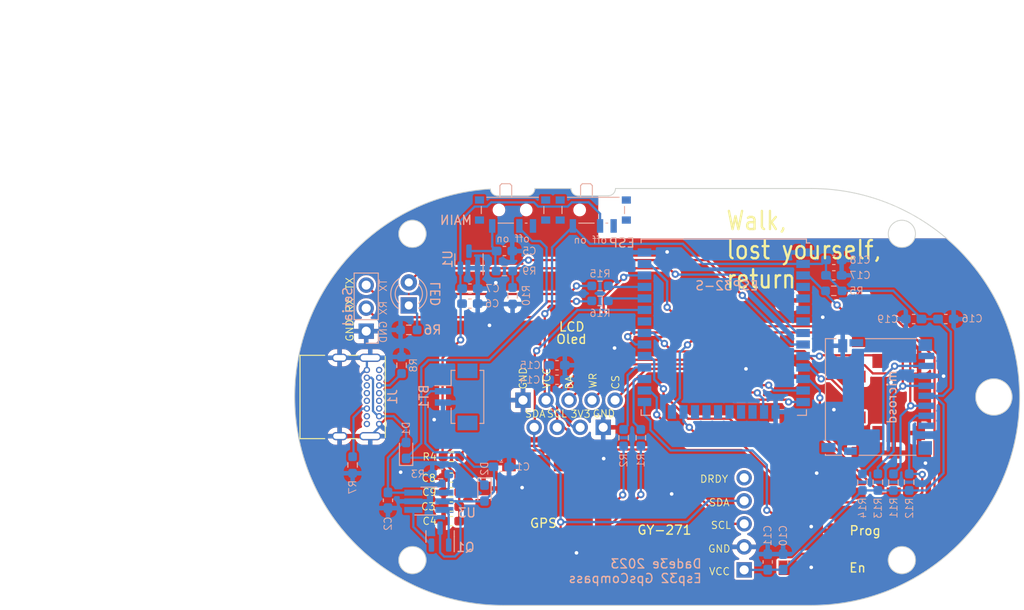
<source format=kicad_pcb>
(kicad_pcb (version 20221018) (generator pcbnew)
  (layers (0 "F.Cu" signal) (31 "B.Cu" signal) (34 "B.Paste" user) (35 "F.Paste" user) (36 "B.SilkS" user "B.Silkscreen") (37 "F.SilkS" user "F.Silkscreen") (38 "B.Mask" user) (39 "F.Mask" user) (44 "Edge.Cuts" user))
  (net 0 "")
  (net 1 "Net-(BT1-+)")
  (net 2 "GND")
  (net 3 "Net-(D1-A)")
  (net 4 "+3V3")
  (net 5 "+BATT")
  (net 6 "VCC")
  (net 7 "Net-(D1-K)")
  (net 8 "Net-(ESP32-S1-EN)")
  (net 14 "Net-(D3-K)")
  (net 15 "battery_level")
  (net 16 "B4")
  (net 17 "B5")
  (net 18 "B6")
  (net 19 "lcd_data")
  (net 20 "lcd_cs")
  (net 21 "lcd_wr")
  (net 28 "B3")
  (net 29 "B1")
  (net 30 "Net-(ESP32-S1-IO0)")
  (net 31 "B2")
  (net 32 "RX2")
  (net 33 "TX2")
  (net 34 "CS")
  (net 35 "CLK")
  (net 36 "MISO")
  (net 38 "SDA")
  (net 39 "Net-(ESP32-S1-RXD0{slash}IO3)")
  (net 40 "Net-(ESP32-S1-TXD0{slash}IO1)")
  (net 41 "SCL")
  (net 42 "MOSI")
  (net 45 "Net-(GPS1-TXD)")
  (net 46 "Net-(GPS1-RXD)")
  (net 47 "Net-(GPS1-~{RESET})")
  (net 50 "Net-(J1-CC1)")
  (net 51 "Net-(J1-CC2)")
  (net 52 "Net-(D3-A)")
  (net 56 "Net-(Q1-B)")
  (net 57 "Net-(Q1-E)")
  (net 58 "Net-(U3-Prog)")
  (net 59 "Net-(Serial1-Pin_3)")
  (net 60 "Net-(Serial1-Pin_2)")
  (footprint "Button_Switch_SMD:SW_Push_1P1T_NO_6x6mm_H9.5mm" (layer "F.Cu") (at 118.29 54.6 180)
    (fp_text reference "SWup1" hide)
    (fp_text value "SW_SPST")
  )
  (footprint "Capacitor_SMD:C_0603_1608Metric_Pad1.08x0.95mm_HandSolder" (layer "F.Cu") (at 77.3 75.1 180)
    (fp_text reference "C3")
    (fp_text value "0,1uF")
  )
  (footprint "Capacitor_SMD:C_0603_1608Metric_Pad1.08x0.95mm_HandSolder" (layer "F.Cu") (at 77.3 73.5 180)
    (fp_text reference "C9")
    (fp_text value "1uF")
  )
  (footprint "Capacitor_SMD:C_0603_1608Metric_Pad1.08x0.95mm_HandSolder" (layer "F.Cu") (at 77.3 71.9 180)
    (fp_text reference "C8")
    (fp_text value "0,1uF")
  )
  (footprint "Button_Switch_SMD:SW_Push_1P1T_NO_6x6mm_H9.5mm" (layer "F.Cu") (at 126.65 63 90)
    (fp_text reference "SWright1" hide)
    (fp_text value "SW_SPST")
  )
  (footprint "Button_Switch_SMD:SW_SPST_EVQPE1" (layer "F.Cu") (at 117.1 77.75)
    (fp_text reference "Prog")
    (fp_text value "SW_SPST")
  )
  (footprint "Button_Switch_SMD:SW_Push_1P1T_NO_6x6mm_H9.5mm" (layer "F.Cu") (at 130.075 71.4 180)
    (fp_text reference "SWb1" hide)
    (fp_text value "SW_SPST")
  )
  (footprint "Button_Switch_SMD:SW_Push_1P1T_NO_6x6mm_H9.5mm" (layer "F.Cu") (at 118.25 63 180)
    (fp_text reference "SWa1" hide)
    (fp_text value "SW_SPST")
  )
  (footprint "mia_libreria:display_7_segm_4_digits" (layer "F.Cu") (at 85.2 63.35 90)
    (fp_text reference "LCD")
    (fp_text value "Conn_01x05_Socket" hide)
  )
  (footprint "Button_Switch_SMD:SW_Push_1P1T_NO_6x6mm_H9.5mm" (layer "F.Cu") (at 118.25 71.4 180)
    (fp_text reference "SWdown1" hide)
    (fp_text value "SW_SPST")
  )
  (footprint "Resistor_SMD:R_0603_1608Metric_Pad0.98x0.95mm_HandSolder" (layer "F.Cu") (at 77.3 69.6 180)
    (fp_text reference "R4")
    (fp_text value "3,3K")
  )
  (footprint "Capacitor_SMD:C_0603_1608Metric_Pad1.08x0.95mm_HandSolder" (layer "F.Cu") (at 77.3 76.7 180)
    (fp_text reference "C4")
    (fp_text value "0,1uF")
  )
  (footprint "RF_GPS:ublox_SAM-M8Q" (layer "F.Cu") (at 87.45 76.9)
    (fp_text reference "GPS")
    (fp_text value "SAM-M8Q")
  )
  (footprint "Button_Switch_SMD:SW_Push_1P1T_NO_6x6mm_H9.5mm" (layer "F.Cu") (at 109.85 63.01 90)
    (fp_text reference "SWleft1" hide)
    (fp_text value "SW_SPST")
  )
  (footprint "Button_Switch_SMD:SW_SPST_EVQPE1" (layer "F.Cu") (at 117.1 81.85 180)
    (fp_text reference "En")
    (fp_text value "SW_SPST")
  )
  (footprint "mia_libreria:Display_i2c_128x64" (layer "F.Cu") (at 86.45 66.35 90)
    (fp_text reference "Oled")
    (fp_text value "Conn_01x04_Socket" hide)
  )
  (footprint "mia_libreria:GY-271" (layer "F.Cu") (at 109.6 82.08 180)
    (fp_text reference "GY-271")
    (fp_text value "Conn_01x05_Socket" hide)
  )
  (footprint "Connector_USB:USB_C_Receptacle_GCT_USB4085" (layer "F.Cu") (at 69.325 60.025 -90)
    (fp_text reference "J1")
    (fp_text value "USB_C_Receptacle_PowerOnly_6P")
  )
  (footprint "Resistor_SMD:R_0603_1608Metric_Pad0.98x0.95mm_HandSolder" (layer "B.Cu") (at 72.6 55.6 180)
    (fp_text reference "R6")
    (fp_text value "R")
  )
  (footprint "Resistor_SMD:R_0603_1608Metric_Pad0.98x0.95mm_HandSolder" (layer "B.Cu") (at 119.49 51.29 180)
    (fp_text reference "R5")
    (fp_text value "10K")
  )
  (footprint "Resistor_SMD:R_0603_1608Metric_Pad0.98x0.95mm_HandSolder" (layer "B.Cu") (at 76.1 71.5 180)
    (fp_text reference "R3")
    (fp_text value "5K")
  )
  (footprint "Connector_Hirose:Hirose_DF13C_CL535-0402-2-51_1x02-1MP_P1.25mm_Vertical" (layer "B.Cu") (at 77.82 62.99 -90)
    (fp_text reference "BT1")
    (fp_text value "Battery_Cell")
  )
  (footprint "Package_TO_SOT_SMD:TSOT-23-6_HandSoldering" (layer "B.Cu") (at 74.81 74.51)
    (fp_text reference "U3")
    (fp_text value "LTC4054ES5-4.2")
  )
  (footprint "Capacitor_SMD:C_0603_1608Metric_Pad1.08x0.95mm_HandSolder" (layer "B.Cu") (at 83.15 46.9)
    (fp_text reference "C5")
    (fp_text value "1uF")
  )
  (footprint "Resistor_SMD:R_0603_1608Metric_Pad0.98x0.95mm_HandSolder" (layer "B.Cu") (at 84.05 51.8375 -90)
    (fp_text reference "R10")
    (fp_text value "100K")
  )
  (footprint "Resistor_SMD:R_0603_1608Metric_Pad0.98x0.95mm_HandSolder" (layer "B.Cu") (at 127.8 72.4 90)
    (fp_text reference "R12")
    (fp_text value "47K")
  )
  (footprint "Capacitor_SMD:C_0603_1608Metric_Pad1.08x0.95mm_HandSolder" (layer "B.Cu") (at 131.85 54.4)
    (fp_text reference "C16")
    (fp_text value "0,1uF")
  )
  (footprint "Resistor_SMD:R_0603_1608Metric_Pad0.98x0.95mm_HandSolder" (layer "B.Cu") (at 124.35 72.4 90)
    (fp_text reference "R13")
    (fp_text value "47K")
  )
  (footprint "Capacitor_SMD:C_0603_1608Metric_Pad1.08x0.95mm_HandSolder" (layer "B.Cu") (at 128.3 54.4 180)
    (fp_text reference "C19")
    (fp_text value "1uF")
  )
  (footprint "LED_THT:LED_D3.0mm" (layer "B.Cu") (at 72.6 52.9 90)
    (fp_text reference "LED")
    (fp_text value "LED")
  )
  (footprint "Capacitor_SMD:C_0603_1608Metric_Pad1.08x0.95mm_HandSolder" (layer "B.Cu") (at 70.3 74.4 -90)
    (fp_text reference "C2")
    (fp_text value "1uF")
  )
  (footprint "Package_TO_SOT_SMD:SOT-23" (layer "B.Cu") (at 76.05 78.4 90)
    (fp_text reference "Q1")
    (fp_text value "MMBTA92")
  )
  (footprint "Button_Switch_SMD:SW_SPDT_PCM12" (layer "B.Cu") (at 84.05 42.7)
    (fp_text reference "MAIN")
    (fp_text value "SW_SPDT")
  )
  (footprint "Capacitor_SMD:C_0603_1608Metric_Pad1.08x0.95mm_HandSolder" (layer "B.Cu") (at 82.8 70.7)
    (fp_text reference "C1")
    (fp_text value "10uF")
  )
  (footprint "Diode_SMD:D_0603_1608Metric_Pad1.05x0.95mm_HandSolder" (layer "B.Cu") (at 72.3 68.9 90)
    (fp_text reference "D1")
    (fp_text value "D")
  )
  (footprint "Resistor_SMD:R_0603_1608Metric_Pad0.98x0.95mm_HandSolder" (layer "B.Cu") (at 93.7 50.745 180)
    (fp_text reference "R15")
    (fp_text value "100R")
  )
  (footprint "Capacitor_SMD:C_0603_1608Metric_Pad1.08x0.95mm_HandSolder" (layer "B.Cu") (at 79.3375 52.7)
    (fp_text reference "C6")
    (fp_text value "0,1uF")
  )
  (footprint "Capacitor_SMD:C_0603_1608Metric_Pad1.08x0.95mm_HandSolder" (layer "B.Cu") (at 119.49 47.88)
    (fp_text reference "C18")
    (fp_text value "1uF")
  )
  (footprint "Capacitor_SMD:C_0603_1608Metric_Pad1.08x0.95mm_HandSolder" (layer "B.Cu") (at 112.2 81.2 -90)
    (fp_text reference "C11")
    (fp_text value "1uF")
  )
  (footprint "Resistor_SMD:R_0603_1608Metric_Pad0.98x0.95mm_HandSolder" (layer "B.Cu") (at 83.15 49.1)
    (fp_text reference "R9")
    (fp_text value "27K")
  )
  (footprint "Capacitor_SMD:C_0603_1608Metric_Pad1.08x0.95mm_HandSolder" (layer "B.Cu") (at 119.49 49.58)
    (fp_text reference "C17")
    (fp_text value "0,1uF")
  )
  (footprint "Button_Switch_SMD:SW_SPDT_PCM12" (layer "B.Cu") (at 92.95 42.7)
    (fp_text reference "ESP")
    (fp_text value "SW_SPDT")
  )
  (footprint "Diode_SMD:D_0603_1608Metric_Pad1.05x0.95mm_HandSolder" (layer "B.Cu") (at 80.95 73.6 -90)
    (fp_text reference "D2")
    (fp_text value "D")
  )
  (footprint "Capacitor_SMD:C_0603_1608Metric_Pad1.08x0.95mm_HandSolder" (layer "B.Cu") (at 113.9 81.2 -90)
    (fp_text reference "C10")
    (fp_text value "0,1uF")
  )
  (footprint "Resistor_SMD:R_0603_1608Metric_Pad0.98x0.95mm_HandSolder" (layer "B.Cu") (at 122.65 72.4 90)
    (fp_text reference "R14")
    (fp_text value "47K")
  )
  (footprint "Resistor_SMD:R_0603_1608Metric_Pad0.98x0.95mm_HandSolder" (layer "B.Cu") (at 93.7 52.4 180)
    (fp_text reference "R16")
    (fp_text value "100R")
  )
  (footprint "Capacitor_SMD:C_0603_1608Metric_Pad1.08x0.95mm_HandSolder" (layer "B.Cu") (at 88.95 59.5 180)
    (fp_text reference "C15")
    (fp_text value "1uF")
  )
  (footprint "Connector_Card:microSD_HC_Hirose_DM3D-SF" (layer "B.Cu") (at 124.35 63 -90)
    (fp_text reference "microsd")
    (fp_text value "Micro_SD_Card")
  )
  (footprint "mia_libreria:ESP32-WROOM-32U" (layer "B.Cu") (at 107.35 55.305 180)
    (fp_text reference "ESP32-S")
    (fp_text value "ESP32-WROOM-32U")
  )
  (footprint "Resistor_SMD:R_0603_1608Metric_Pad0.98x0.95mm_HandSolder" (layer "B.Cu") (at 66.4 70.5 -90)
    (fp_text reference "R7")
    (fp_text value "5K1")
  )
  (footprint "Connector_PinSocket_2.54mm:PinSocket_1x03_P2.54mm_Vertical" (layer "B.Cu") (at 67.9 55.74)
    (fp_text reference "Serial")
    (fp_text value "Conn_01x03_Socket")
  )
  (footprint "Resistor_SMD:R_0603_1608Metric_Pad0.98x0.95mm_HandSolder" (layer "B.Cu") (at 71.8 59.5 90)
    (fp_text reference "R8")
    (fp_text value "5K1")
  )
  (footprint "Resistor_SMD:R_0603_1608Metric_Pad0.98x0.95mm_HandSolder" (layer "B.Cu") (at 96.3 67.5 -90)
    (fp_text reference "R2")
    (fp_text value "100R")
  )
  (footprint "Capacitor_SMD:C_0603_1608Metric_Pad1.08x0.95mm_HandSolder" (layer "B.Cu") (at 88.95 61.1 180)
    (fp_text reference "C14")
    (fp_text value "0,1uF")
  )
  (footprint "Package_TO_SOT_SMD:SOT-23" (layer "B.Cu") (at 79.2375 47.85 90)
    (fp_text reference "U1")
    (fp_text value "MCP1700x-330xxTT")
  )
  (footprint "Resistor_SMD:R_0603_1608Metric_Pad0.98x0.95mm_HandSolder" (layer "B.Cu") (at 98.2 67.5 -90)
    (fp_text reference "R1")
    (fp_text value "100R")
  )
  (footprint "Resistor_SMD:R_0603_1608Metric_Pad0.98x0.95mm_HandSolder" (layer "B.Cu") (at 126.07 72.4 90)
    (fp_text reference "R11")
    (fp_text value "10K")
  )
  (footprint "Capacitor_SMD:C_0603_1608Metric_Pad1.08x0.95mm_HandSolder" (layer "B.Cu") (at 79.3475 51.04)
    (fp_text reference "C7")
    (fp_text value "1uF")
  )
  (gr_arc (start 82.4 40.8) (mid 81.852472 40.583278) (end 81.601598 40.050532) (stroke (width 0.1)) (layer "Edge.Cuts"))
  (gr_line (start 91.3 40.8) (end 94.6 40.8) (stroke (width 0.1)) (layer "Edge.Cuts"))
  (gr_circle (center 73 81) (end 73 79.5) (stroke (width 0.1)) (fill none) (layer "Edge.Cuts"))
  (gr_circle (center 137.149376 63) (end 135.149376 63.05) (stroke (width 0.1)) (fill none) (layer "Edge.Cuts"))
  (gr_line (start 85.7 40.8) (end 82.4 40.8) (stroke (width 0.1)) (layer "Edge.Cuts"))
  (gr_arc (start 117 40) (mid 140 63) (end 117 86) (stroke (width 0.1)) (layer "Edge.Cuts"))
  (gr_arc (start 86.5 40) (mid 86.265685 40.565685) (end 85.7 40.8) (stroke (width 0.1)) (layer "Edge.Cuts"))
  (gr_line (start 90.5 40) (end 86.5 40) (stroke (width 0.1)) (layer "Edge.Cuts"))
  (gr_arc (start 83 86) (mid 60.010648 63.699767) (end 81.601113 40.04258) (stroke (width 0.1)) (layer "Edge.Cuts"))
  (gr_arc (start 91.3 40.8) (mid 90.734315 40.565685) (end 90.5 40) (stroke (width 0.1)) (layer "Edge.Cuts"))
  (gr_circle (center 73 45) (end 73 43.5) (stroke (width 0.1)) (fill none) (layer "Edge.Cuts"))
  (gr_circle (center 127 81) (end 127 82.5) (stroke (width 0.1)) (fill none) (layer "Edge.Cuts"))
  (gr_line (start 83 86) (end 117 86) (stroke (width 0.1)) (layer "Edge.Cuts"))
  (gr_line (start 117 40) (end 95.4 40) (stroke (width 0.1)) (layer "Edge.Cuts"))
  (gr_circle (center 127 45) (end 127 43.5) (stroke (width 0.1)) (fill none) (layer "Edge.Cuts"))
  (gr_arc (start 95.4 40) (mid 95.165685 40.565685) (end 94.6 40.8) (stroke (width 0.1)) (layer "Edge.Cuts"))
  (gr_text "off on" (at 86 46) (layer "B.SilkS") (effects (font (size 0.8 0.8) (thickness 0.1)) (justify left bottom mirror)))
  (gr_text "RX" (at 70.25 52.34 90) (layer "B.SilkS") (effects (font (size 0.8 0.8) (thickness 0.1)) (justify left bottom mirror)))
  (gr_text "Dade3e 2023\nEsp32 GpsCompass" (at 105 83.6) (layer "B.SilkS") (effects (font (size 1 1)) (justify left bottom mirror)))
  (gr_text "TX" (at 70.25 49.94 90) (layer "B.SilkS") (effects (font (size 0.8 0.8) (thickness 0.1)) (justify left bottom mirror)))
  (gr_text "off on" (at 94.54 46.14) (layer "B.SilkS") (effects (font (size 0.8 0.8) (thickness 0.1)) (justify left bottom mirror)))
  (gr_text "GND" (at 70.25 54.54 90) (layer "B.SilkS") (effects (font (size 0.8 0.8) (thickness 0.1)) (justify left bottom mirror)))
  (gr_text "Walk, \nlost yourself,\nreturn" (at 107.5 51.17) (layer "F.SilkS") (effects (font (size 2 1.7) (thickness 0.26)) (justify left bottom)))
  (gr_text "RX" (at 66.55 53.74 90) (layer "F.SilkS") (effects (font (size 0.8 0.8) (thickness 0.1)) (justify left bottom)))
  (gr_text "TX" (at 66.55 51.24 90) (layer "F.SilkS") (effects (font (size 0.8 0.8) (thickness 0.1)) (justify left bottom)))
  (gr_text "GND" (at 66.55 56.94 90) (layer "F.SilkS") (effects (font (size 0.8 0.8) (thickness 0.1)) (justify left bottom)))
  (segment (start 80.95 74.475) (end 80.915 74.51) (width 0.25) (layer "B.Cu") (net 1))
  (segment (start 78.2 69.1) (end 75.4 69.1) (width 0.25) (layer "B.Cu") (net 1))
  (segment (start 75.4 69.1) (end 74.42 68.12) (width 0.25) (layer "B.Cu") (net 1))
  (segment (start 74.42 68.12) (end 74.42 62.97) (width 0.25) (layer "B.Cu") (net 1))
  (segment (start 78.3 80) (end 78.3 75.01) (width 0.25) (layer "B.Cu") (net 1))
  (segment (start 77.7 80.6) (end 78.3 80) (width 0.25) (layer "B.Cu") (net 1))
  (segment (start 78.3 75.01) (end 77.8 74.51) (width 0.25) (layer "B.Cu") (net 1))
  (segment (start 77.8 74.51) (end 76.52 74.51) (width 0.25) (layer "B.Cu") (net 1))
  (segment (start 76.05 80.15) (end 76.5 80.6) (width 0.25) (layer "B.Cu") (net 1))
  (segment (start 74.42 62.97) (end 75.025 62.365) (width 0.25) (layer "B.Cu") (net 1))
  (segment (start 80.915 74.51) (end 76.52 74.51) (width 0.25) (layer "B.Cu") (net 1))
  (segment (start 82 73.425) (end 82 70.9625) (width 0.25) (layer "B.Cu") (net 1))
  (segment (start 81.9375 70.7) (end 79.8 70.7) (width 0.25) (layer "B.Cu") (net 1))
  (segment (start 79.8 70.7) (end 78.2 69.1) (width 0.25) (layer "B.Cu") (net 1))
  (segment (start 76.05 77.4625) (end 76.05 80.15) (width 0.25) (layer "B.Cu") (net 1))
  (segment (start 76.5 80.6) (end 77.7 80.6) (width 0.25) (layer "B.Cu") (net 1))
  (segment (start 75.025 62.365) (end 76.37 62.365) (width 0.25) (layer "B.Cu") (net 1))
  (segment (start 80.95 74.475) (end 82 73.425) (width 0.25) (layer "B.Cu") (net 1))
  (via (at 94.1 69.8) (size 0.8) (drill 0.4) (layers "F.Cu" "B.Cu") (net 2))
  (via (at 117 81.8) (size 0.8) (drill 0.4) (layers "F.Cu" "B.Cu") (net 2))
  (via (at 109.8 59.9) (size 0.8) (drill 0.4) (layers "F.Cu" "B.Cu") (net 2))
  (via (at 101.1 47) (size 0.8) (drill 0.4) (layers "F.Cu" "B.Cu") (net 2))
  (via (at 117 77.3) (size 0.8) (drill 0.4) (layers "F.Cu" "B.Cu") (net 2))
  (via (at 91.1 80.2) (size 0.8) (drill 0.4) (layers "F.Cu" "B.Cu") (net 2))
  (via (at 119.5 64.4) (size 0.8) (drill 0.4) (layers "F.Cu" "B.Cu") (net 2))
  (via (at 71.7 71.3) (size 0.8) (drill 0.4) (layers "F.Cu" "B.Cu") (net 2))
  (via (at 118.27 54.2) (size 0.8) (drill 0.4) (layers "F.Cu" "B.Cu") (net 2))
  (via (at 75.4 65.5) (size 0.8) (drill 0.4) (layers "F.Cu" "B.Cu") (net 2))
  (via (at 125.8 61.4) (size 0.8) (drill 0.4) (layers "F.Cu" "B.Cu") (net 2))
  (via (at 117.6 71.4) (size 0.8) (drill 0.4) (layers "F.Cu" "B.Cu") (net 2))
  (via (at 81.5 55.1) (size 0.8) (drill 0.4) (layers "F.Cu" "B.Cu") (net 2))
  (via (at 131.6 60.7) (size 0.8) (drill 0.4) (layers "F.Cu" "B.Cu") (net 2))
  (via (at 95.3 57.6) (size 0.8) (drill 0.4) (layers "F.Cu" "B.Cu") (net 2))
  (via (at 129.6 70.3) (size 0.8) (drill 0.4) (layers "F.Cu" "B.Cu") (net 2))
  (via (at 82.2 50.4) (size 0.8) (drill 0.4) (layers "F.Cu" "B.Cu") (net 2))
  (via (at 85.1 73) (size 0.8) (drill 0.4) (layers "F.Cu" "B.Cu") (net 2))
  (via (at 101.6 73.7) (size 0.8) (drill 0.4) (layers "F.Cu" "B.Cu") (net 2))
  (segment (start 69.325 66.345) (end 68.345 67.325) (width 0.25) (layer "B.Cu") (net 2))
  (segment (start 67.975 60.025) (end 67.975 59.045) (width 0.25) (layer "B.Cu") (net 2))
  (segment (start 69.325 65.975) (end 69.325 66.345) (width 0.25) (layer "B.Cu") (net 2))
  (segment (start 67.975 59.045) (end 68.345 58.675) (width 0.25) (layer "B.Cu") (net 2))
  (segment (start 72.3 68.025) (end 71.975 68.025) (width 0.25) (layer "B.Cu") (net 3))
  (segment (start 72.3 66.5) (end 72.3 68.025) (width 0.25) (layer "B.Cu") (net 3))
  (segment (start 70.3 69.7) (end 70.3 73.5375) (width 0.25) (layer "B.Cu") (net 3))
  (segment (start 71.975 68.025) (end 70.3 69.7) (width 0.25) (layer "B.Cu") (net 3))
  (segment (start 68.65 64.554595) (end 69.220405 65.125) (width 0.25) (layer "B.Cu") (net 3))
  (segment (start 67.975 60.875) (end 68.469974 60.875) (width 0.25) (layer "B.Cu") (net 3))
  (segment (start 69.325 65.125) (end 70.925 65.125) (width 0.25) (layer "B.Cu") (net 3))
  (segment (start 68.469974 60.875) (end 68.65 61.055026) (width 0.25) (layer "B.Cu") (net 3))
  (segment (start 68.65 61.055026) (end 68.65 64.554595) (width 0.25) (layer "B.Cu") (net 3))
  (segment (start 70.3225 73.56) (end 73.1 73.56) (width 0.25) (layer "B.Cu") (net 3))
  (segment (start 69.220405 65.125) (end 69.325 65.125) (width 0.25) (layer "B.Cu") (net 3))
  (segment (start 70.925 65.125) (end 72.3 66.5) (width 0.25) (layer "B.Cu") (net 3))
  (segment (start 78.1625 76.7) (end 78.3625 76.9) (width 0.25) (layer "F.Cu") (net 4))
  (segment (start 78.1625 75.1) (end 78.1625 76.7) (width 0.25) (layer "F.Cu") (net 4))
  (segment (start 78.3625 76.9) (end 80.85 76.9) (width 0.25) (layer "F.Cu") (net 4))
  (segment (start 78.2625 75) (end 80.85 75) (width 0.25) (layer "F.Cu") (net 4))
  (segment (start 76.3875 70.125) (end 78.1625 71.9) (width 0.25) (layer "F.Cu") (net 4))
  (segment (start 78.1625 71.9) (end 78.1625 73.5) (width 0.25) (layer "F.Cu") (net 4))
  (segment (start 76.325 58.69) (end 76.325 69.5375) (width 0.25) (layer "F.Cu") (net 4))
  (segment (start 78.315 56.7) (end 76.325 58.69) (width 0.25) (layer "F.Cu") (net 4))
  (segment (start 88.6 68.4) (end 77.5875 68.4) (width 0.25) (layer "F.Cu") (net 4))
  (segment (start 89.35 70.3) (end 89.35 69.15) (width 0.25) (layer "F.Cu") (net 4))
  (segment (start 78.1625 73.5) (end 78.1625 75.1) (width 0.25) (layer "F.Cu") (net 4))
  (segment (start 76.3875 69.6) (end 76.3875 70.125) (width 0.25) (layer "F.Cu") (net 4))
  (segment (start 77.5875 68.4) (end 76.3875 69.6) (width 0.25) (layer "F.Cu") (net 4))
  (segment (start 89.35 69.15) (end 88.6 68.4) (width 0.25) (layer "F.Cu") (net 4))
  (via (at 78.315 56.7) (size 0.8) (drill 0.4) (layers "F.Cu" "B.Cu") (net 4))
  (segment (start 78.2875 43.5675) (end 79.86 41.995) (width 0.25) (layer "B.Cu") (net 4))
  (segment (start 86.875 41.995) (end 90.125 41.995) (width 0.25) (layer "B.Cu") (net 4))
  (segment (start 78.2875 48.7875) (end 78.2875 43.5675) (width 0.25) (layer "B.Cu") (net 4))
  (segment (start 78.325 51.05) (end 78.325 52.7) (width 0.25) (layer "B.Cu") (net 4))
  (segment (start 90.125 41.995) (end 90.595 41.525) (width 0.25) (layer "B.Cu") (net 4))
  (segment (start 81.225 41.995) (end 81.695 41.525) (width 0.25) (layer "B.Cu") (net 4))
  (segment (start 78.2875 51.0125) (end 78.325 51.05) (width 0.25) (layer "B.Cu") (net 4))
  (segment (start 78.2875 48.7875) (end 78.2875 51.0125) (width 0.25) (layer "B.Cu") (net 4))
  (segment (start 86.405 41.525) (end 86.875 41.995) (width 0.25) (layer "B.Cu") (net 4))
  (segment (start 93.7 42.786726) (end 93.7 44.13) (width 0.25) (layer "B.Cu") (net 4))
  (segment (start 90.595 41.525) (end 92.438274 41.525) (width 0.25) (layer "B.Cu") (net 4))
  (segment (start 78.325 52.7) (end 78.315 52.71) (width 0.25) (layer "B.Cu") (net 4))
  (segment (start 78.315 56.7) (end 78.315 52.71) (width 0.25) (layer "B.Cu") (net 4))
  (segment (start 79.86 41.995) (end 81.225 41.995) (width 0.25) (layer "B.Cu") (net 4))
  (segment (start 81.695 41.525) (end 86.405 41.525) (width 0.25) (layer "B.Cu") (net 4))
  (segment (start 92.438274 41.525) (end 93.7 42.786726) (width 0.25) (layer "B.Cu") (net 4))
  (segment (start 81.8 44.13) (end 81.8 46.41) (width 0.25) (layer "B.Cu") (net 5))
  (segment (start 79.25 46.9) (end 82.1125 46.9) (width 0.25) (layer "B.Cu") (net 5))
  (segment (start 81.8 46.41) (end 82.3025 46.9125) (width 0.25) (layer "B.Cu") (net 5))
  (segment (start 82.15 49.1) (end 82.15 46.9375) (width 0.25) (layer "B.Cu") (net 5))
  (segment (start 79.2375 46.9125) (end 79.25 46.9) (width 0.25) (layer "B.Cu") (net 5))
  (segment (start 82.15 46.9375) (end 82.1125 46.9) (width 0.25) (layer "B.Cu") (net 5))
  (segment (start 87.6 53.824598) (end 87.6 63.21) (width 0.25) (layer "F.Cu") (net 6))
  (segment (start 87.6 63.21) (end 87.74 63.35) (width 0.25) (layer "F.Cu") (net 6))
  (via (at 87.612299 53.812299) (size 0.8) (drill 0.4) (layers "F.Cu" "B.Cu") (net 6))
  (segment (start 116.1 48.32) (end 105.05 48.32) (width 0.25) (layer "B.Cu") (net 6))
  (segment (start 131.6 71.4) (end 131.6 63.85) (width 0.25) (layer "B.Cu") (net 6))
  (segment (start 122.65 73.3125) (end 124.35 73.3125) (width 0.25) (layer "B.Cu") (net 6))
  (segment (start 129.6875 73.3125) (end 131.6 71.4) (width 0.25) (layer "B.Cu") (net 6))
  (segment (start 118.1875 48.32) (end 118.6275 47.88) (width 0.25) (layer "B.Cu") (net 6))
  (segment (start 116.1 48.32) (end 118.1875 48.32) (width 0.25) (layer "B.Cu") (net 6))
  (segment (start 102.83 46.1) (end 92.6 46.1) (width 0.25) (layer "B.Cu") (net 6))
  (segment (start 113.9 82.0625) (end 112.2 82.0625) (width 0.25) (layer "B.Cu") (net 6))
  (segment (start 118.6275 49.58) (end 118.6275 47.88) (width 0.25) (layer "B.Cu") (net 6))
  (segment (start 127.8 73.3125) (end 129.6875 73.3125) (width 0.25) (layer "B.Cu") (net 6))
  (segment (start 118.6925 49.58) (end 120.4025 51.29) (width 0.25) (layer "B.Cu") (net 6))
  (segment (start 126.0525 51.29) (end 129.1625 54.4) (width 0.25) (layer "B.Cu") (net 6))
  (segment (start 88.4 53) (end 87.612299 53.787701) (width 0.25) (layer "B.Cu") (net 6))
  (segment (start 87.74 63.35) (end 90.74 66.35) (width 0.25) (layer "B.Cu") (net 6))
  (segment (start 126.07 73.3125) (end 127.8 73.3125) (width 0.25) (layer "B.Cu") (net 6))
  (segment (start 113.85 82.1125) (end 122.65 73.3125) (width 0.25) (layer "B.Cu") (net 6))
  (segment (start 88.4 46.5) (end 88.4 53) (width 0.25) (layer "B.Cu") (net 6))
  (segment (start 131.525 62.875) (end 129.7 62.875) (width 0.25) (layer "B.Cu") (net 6))
  (segment (start 118.6275 49.58) (end 118.6925 49.58) (width 0.25) (layer "B.Cu") (net 6))
  (segment (start 92.6 46.1) (end 90.7 44.2) (width 0.25) (layer "B.Cu") (net 6))
  (segment (start 130.625 62.875) (end 129.7 62.875) (width 0.25) (layer "B.Cu") (net 6))
  (segment (start 129.1625 54.4) (end 130.9875 54.4) (width 0.25) (layer "B.Cu") (net 6))
  (segment (start 109.6 82.08) (end 112.1825 82.08) (width 0.25) (layer "B.Cu") (net 6))
  (segment (start 132.4 62) (end 132.4 55.8125) (width 0.25) (layer "B.Cu") (net 6))
  (segment (start 120.4025 51.29) (end 126.0525 51.29) (width 0.25) (layer "B.Cu") (net 6))
  (segment (start 131.6 63.85) (end 130.625 62.875) (width 0.25) (layer "B.Cu") (net 6))
  (segment (start 132.4 62) (end 131.525 62.875) (width 0.25) (layer "B.Cu") (net 6))
  (segment (start 88.0875 59.35) (end 88.0875 63.0025) (width 0.25) (layer "B.Cu") (net 6))
  (segment (start 90.74 66.35) (end 91.51 66.35) (width 0.25) (layer "B.Cu") (net 6))
  (segment (start 87.612299 53.787701) (end 87.612299 53.812299) (width 0.25) (layer "B.Cu") (net 6))
  (segment (start 132.4 55.8125) (end 130.9875 54.4) (width 0.25) (layer "B.Cu") (net 6))
  (segment (start 124.35 73.3125) (end 126.07 73.3125) (width 0.25) (layer "B.Cu") (net 6))
  (segment (start 90.7 44.2) (end 88.4 46.5) (width 0.25) (layer "B.Cu") (net 6))
  (segment (start 105.05 48.32) (end 102.83 46.1) (width 0.25) (layer "B.Cu") (net 6))
  (segment (start 81.47 58.93) (end 74.77 58.93) (width 0.25) (layer "B.Cu") (net 7))
  (segment (start 87.8 46.5) (end 87.8 52.6) (width 0.25) (layer "B.Cu") (net 7))
  (segment (start 87.8 52.6) (end 81.47 58.93) (width 0.25) (layer "B.Cu") (net 7))
  (segment (start 77.925 69.7) (end 80.95 72.725) (width 0.25) (layer "B.Cu") (net 7))
  (segment (start 73.97 59.73) (end 73.97 68.105) (width 0.25) (layer "B.Cu") (net 7))
  (segment (start 87.1 45.8) (end 87.8 46.5) (width 0.25) (layer "B.Cu") (net 7))
  (segment (start 74.77 58.93) (end 73.97 59.73) (width 0.25) (layer "B.Cu") (net 7))
  (segment (start 73.97 68.105) (end 72.3 69.775) (width 0.25) (layer "B.Cu") (net 7))
  (segment (start 84.8 44.38) (end 86.22 45.8) (width 0.25) (layer "B.Cu") (net 7))
  (segment (start 86.22 45.8) (end 87.1 45.8) (width 0.25) (layer "B.Cu") (net 7))
  (segment (start 72.375 69.7) (end 77.925 69.7) (width 0.25) (layer "B.Cu") (net 7))
  (segment (start 120.4 53.4) (end 125.35 53.4) (width 0.25) (layer "F.Cu") (net 8))
  (segment (start 119.85 52.85) (end 120.4 53.4) (width 0.25) (layer "F.Cu") (net 8))
  (segment (start 130.6 58.65) (end 130.6 73.6) (width 0.25) (layer "F.Cu") (net 8))
  (segment (start 130.6 73.6) (end 123.9 80.3) (width 0.25) (layer "F.Cu") (net 8))
  (segment (start 125.35 53.4) (end 130.6 58.65) (width 0.25) (layer "F.Cu") (net 8))
  (segment (start 115.95 80.3) (end 114.4 81.85) (width 0.25) (layer "F.Cu") (net 8))
  (segment (start 123.9 80.3) (end 115.95 80.3) (width 0.25) (layer "F.Cu") (net 8))
  (via (at 119.85 52.85) (size 0.8) (drill 0.4) (layers "F.Cu" "B.Cu") (net 8))
  (segment (start 119.85 52.85) (end 118.4875 51.4875) (width 0.25) (layer "B.Cu") (net 8))
  (segment (start 118.4875 51.3875) (end 116.69 49.59) (width 0.25) (layer "B.Cu") (net 8))
  (segment (start 116.69 49.59) (end 116.1 49.59) (width 0.25) (layer "B.Cu") (net 8))
  (segment (start 73.5125 55.6) (end 73.5125 53.8125) (width 0.25) (layer "B.Cu") (net 14))
  (segment (start 73.5125 53.8125) (end 72.6 52.9) (width 0.25) (layer "B.Cu") (net 14))
  (segment (start 109.4 51.8) (end 105.5 47.9) (width 0.25) (layer "F.Cu") (net 15))
  (segment (start 105.5 47.9) (end 85.8 47.9) (width 0.25) (layer "F.Cu") (net 15))
  (via (at 85.8 47.9) (size 0.8) (drill 0.4) (layers "F.Cu" "B.Cu") (net 15))
  (via (at 109.4 51.8) (size 0.8) (drill 0.4) (layers "F.Cu" "B.Cu") (net 15))
  (segment (start 85.8 47.9) (end 85.2625 47.9) (width 0.25) (layer "B.Cu") (net 15))
  (segment (start 114.81 57.21) (end 116.1 57.21) (width 0.25) (layer "B.Cu") (net 15))
  (segment (start 109.4 51.8) (end 114.81 57.21) (width 0.25) (layer "B.Cu") (net 15))
  (segment (start 85.2625 47.9) (end 84.0625 49.1) (width 0.25) (layer "B.Cu") (net 15))
  (segment (start 84.0625 49.1) (end 84.0625 50.9125) (width 0.25) (layer "B.Cu") (net 15))
  (segment (start 123.775 58.4) (end 124.4 59.025) (width 0.25) (layer "F.Cu") (net 16))
  (segment (start 118 58.4) (end 123.775 58.4) (width 0.25) (layer "F.Cu") (net 16))
  (via (at 117.9 58.5) (size 0.8) (drill 0.4) (layers "F.Cu" "B.Cu") (net 16))
  (segment (start 117.88 58.48) (end 116.1 58.48) (width 0.25) (layer "B.Cu") (net 16))
  (segment (start 117.9 58.5) (end 117.88 58.48) (width 0.25) (layer "B.Cu") (net 16))
  (segment (start 118.1 61) (end 119.2 61) (width 0.25) (layer "F.Cu") (net 17))
  (segment (start 122.225 64.025) (end 122.225 65.25) (width 0.25) (layer "F.Cu") (net 17))
  (segment (start 119.2 61) (end 122.225 64.025) (width 0.25) (layer "F.Cu") (net 17))
  (via (at 118.1 61) (size 0.8) (drill 0.4) (layers "F.Cu" "B.Cu") (net 17))
  (segment (start 116.1 59.75) (end 116.85 59.75) (width 0.25) (layer "B.Cu") (net 17))
  (segment (start 116.85 59.75) (end 118.1 61) (width 0.25) (layer "B.Cu") (net 17))
  (segment (start 124.65 73.65) (end 126.1 73.65) (width 0.25) (layer "F.Cu") (net 18))
  (segment (start 117.95 66.95) (end 124.65 73.65) (width 0.25) (layer "F.Cu") (net 18))
  (segment (start 117.95 63.1) (end 117.95 66.95) (width 0.25) (layer "F.Cu") (net 18))
  (via (at 117.95 63.1) (size 0.8) (drill 0.4) (layers "F.Cu" "B.Cu") (net 18))
  (segment (start 116.1 61.02) (end 116.68 61.02) (width 0.25) (layer "B.Cu") (net 18))
  (segment (start 116.68 61.02) (end 117.95 62.29) (width 0.25) (layer "B.Cu") (net 18))
  (segment (start 117.95 62.29) (end 117.95 63.1) (width 0.25) (layer "B.Cu") (net 18))
  (segment (start 108.19 61.7) (end 105.39 58.9) (width 0.25) (layer "F.Cu") (net 19))
  (segment (start 112.3 61.7) (end 108.19 61.7) (width 0.25) (layer "F.Cu") (net 19))
  (segment (start 94.73 58.9) (end 90.28 63.35) (width 0.25) (layer "F.Cu") (net 19))
  (segment (start 105.39 58.9) (end 94.73 58.9) (width 0.25) (layer "F.Cu") (net 19))
  (via (at 112.3 61.7) (size 0.8) (drill 0.4) (layers "F.Cu" "B.Cu") (net 19))
  (segment (start 112.3 61.7) (end 112.89 62.29) (width 0.25) (layer "B.Cu") (net 19))
  (segment (start 112.89 62.29) (end 116.1 62.29) (width 0.25) (layer "B.Cu") (net 19))
  (segment (start 108.517208 63.3) (end 105.117208 59.9) (width 0.25) (layer "F.Cu") (net 20))
  (segment (start 105.117208 59.9) (end 98.81 59.9) (width 0.25) (layer "F.Cu") (net 20))
  (segment (start 98.81 59.9) (end 95.36 63.35) (width 0.25) (layer "F.Cu") (net 20))
  (segment (start 114.25 63.3) (end 108.517208 63.3) (width 0.25) (layer "F.Cu") (net 20))
  (segment (start 114.5 63.55) (end 114.25 63.3) (width 0.25) (layer "F.Cu") (net 20))
  (via (at 114.5 63.55) (size 0.8) (drill 0.4) (layers "F.Cu" "B.Cu") (net 20))
  (segment (start 115.46 63.56) (end 116.1 63.56) (width 0.25) (layer "B.Cu") (net 20))
  (segment (start 115.45 63.55) (end 115.46 63.56) (width 0.25) (layer "B.Cu") (net 20))
  (segment (start 114.5 63.55) (end 115.45 63.55) (width 0.25) (layer "B.Cu") (net 20))
  (segment (start 105.253604 59.4) (end 96.77 59.4) (width 0.25) (layer "F.Cu") (net 21))
  (segment (start 111 62.5) (end 108.353604 62.5) (width 0.25) (layer "F.Cu") (net 21))
  (segment (start 108.353604 62.5) (end 105.253604 59.4) (width 0.25) (layer "F.Cu") (net 21))
  (segment (start 96.77 59.4) (end 92.82 63.35) (width 0.25) (layer "F.Cu") (net 21))
  (via (at 111.05 62.55) (size 0.8) (drill 0.4) (layers "F.Cu" "B.Cu") (net 21))
  (segment (start 111.05 62.55) (end 111.7 63.2) (width 0.25) (layer "B.Cu") (net 21))
  (segment (start 111.7 63.2) (end 111.7 64.56) (width 0.25) (layer "B.Cu") (net 21))
  (segment (start 104.185 66.985) (end 103.55 66.35) (width 0.25) (layer "F.Cu") (net 28))
  (segment (start 107.6 66.985) (end 104.185 66.985) (width 0.25) (layer "F.Cu") (net 28))
  (via (at 103.55 66.35) (size 0.8) (drill 0.4) (layers "F.Cu" "B.Cu") (net 28))
  (segment (start 102.905 65.705) (end 103.55 66.35) (width 0.25) (layer "B.Cu") (net 28))
  (segment (start 102.905 64.655) (end 102.905 65.705) (width 0.25) (layer "B.Cu") (net 28))
  (segment (start 103.35 57.25) (end 103.75 56.85) (width 0.25) (layer "F.Cu") (net 29))
  (segment (start 103.75 56.85) (end 114.315 56.85) (width 0.25) (layer "F.Cu") (net 29))
  (via (at 103.35 57.25) (size 0.8) (drill 0.4) (layers "F.Cu" "B.Cu") (net 29))
  (segment (start 102.5 63.1) (end 101.635 63.965) (width 0.25) (layer "B.Cu") (net 29))
  (segment (start 101.635 63.965) (end 101.635 64.655) (width 0.25) (layer "B.Cu") (net 29))
  (segment (start 102.5 58.1) (end 102.5 63.1) (width 0.25) (layer "B.Cu") (net 29))
  (segment (start 103.35 57.25) (end 102.5 58.1) (width 0.25) (layer "B.Cu") (net 29))
  (segment (start 112.1 75.5) (end 112.312036 75.5) (width 0.25) (layer "F.Cu") (net 30))
  (segment (start 112.312036 75.5) (end 114.606018 77.793982) (width 0.25) (layer "F.Cu") (net 30))
  (via (at 112.1 75.5) (size 0.8) (drill 0.4) (layers "F.Cu" "B.Cu") (net 30))
  (segment (start 112.1 75.5) (end 112.1 70.5) (width 0.25) (layer "B.Cu") (net 30))
  (segment (start 101.5 68.9) (end 99.25 66.65) (width 0.25) (layer "B.Cu") (net 30))
  (segment (start 98.6 65) (end 98.6 63.56) (width 0.25) (layer "B.Cu") (net 30))
  (segment (start 99.25 65.65) (end 98.6 65) (width 0.25) (layer "B.Cu") (net 30))
  (segment (start 110.5 68.9) (end 101.5 68.9) (width 0.25) (layer "B.Cu") (net 30))
  (segment (start 99.25 66.65) (end 99.25 65.65) (width 0.25) (layer "B.Cu") (net 30))
  (segment (start 112.1 70.5) (end 110.5 68.9) (width 0.25) (layer "B.Cu") (net 30))
  (segment (start 103.35 68.35) (end 109.536396 68.35) (width 0.25) (layer "F.Cu") (net 31))
  (segment (start 114.275 73.088604) (end 114.275 73.65) (width 0.25) (layer "F.Cu") (net 31))
  (segment (start 99.95 64.95) (end 103.35 68.35) (width 0.25) (layer "F.Cu") (net 31))
  (segment (start 109.536396 68.35) (end 114.275 73.088604) (width 0.25) (layer "F.Cu") (net 31))
  (via (at 99.95 64.95) (size 0.8) (drill 0.4) (layers "F.Cu" "B.Cu") (net 31))
  (segment (start 99.95 64.95) (end 99.95 63.06) (width 0.25) (layer "B.Cu") (net 31))
  (segment (start 99.18 62.29) (end 98.6 62.29) (width 0.25) (layer "B.Cu") (net 31))
  (segment (start 99.95 63.06) (end 99.18 62.29) (width 0.25) (layer "B.Cu") (net 31))
  (segment (start 98.6 61.02) (end 97.6 61.02) (width 0.25) (layer "B.Cu") (net 32))
  (segment (start 97.6 61.02) (end 97.4 61.22) (width 0.25) (layer "B.Cu") (net 32))
  (segment (start 97.4 65.7875) (end 98.2 66.5875) (width 0.25) (layer "B.Cu") (net 32))
  (segment (start 97.4 61.22) (end 97.4 65.7875) (width 0.25) (layer "B.Cu") (net 32))
  (segment (start 97.6 59.75) (end 96.75 60.6) (width 0.25) (layer "B.Cu") (net 33))
  (segment (start 96.75 66.1375) (end 96.3 66.5875) (width 0.25) (layer "B.Cu") (net 33))
  (segment (start 98.6 59.75) (end 97.6 59.75) (width 0.25) (layer "B.Cu") (net 33))
  (segment (start 96.75 60.6) (end 96.75 66.1375) (width 0.25) (layer "B.Cu") (net 33))
  (segment (start 103.4 65.4) (end 108 65.4) (width 0.25) (layer "F.Cu") (net 34))
  (segment (start 129.25 73.55) (end 129.25 71.55) (width 0.25) (layer "F.Cu") (net 34))
  (segment (start 117.225 74.625) (end 128.175 74.625) (width 0.25) (layer "F.Cu") (net 34))
  (segment (start 100.7 62.1) (end 100.7 62.7) (width 0.25) (layer "F.Cu") (net 34))
  (segment (start 128.175 74.625) (end 129.25 73.55) (width 0.25) (layer "F.Cu") (net 34))
  (segment (start 100.7 62.7) (end 103.4 65.4) (width 0.25) (layer "F.Cu") (net 34))
  (segment (start 108 65.4) (end 117.225 74.625) (width 0.25) (layer "F.Cu") (net 34))
  (via (at 129.25 71.55) (size 0.8) (drill 0.4) (layers "F.Cu" "B.Cu") (net 34))
  (via (at 100.7 62.1) (size 0.8) (drill 0.4) (layers "F.Cu" "B.Cu") (net 34))
  (segment (start 128.575 65.075) (end 127.8 65.85) (width 0.25) (layer "B.Cu") (net 34))
  (segment (start 129.25 71.55) (end 129.1875 71.4875) (width 0.25) (layer "B.Cu") (net 34))
  (segment (start 129.375 65.075) (end 128.575 65.075) (width 0.25) (layer "B.Cu") (net 34))
  (segment (start 100.7 62.1) (end 99.675 61.075) (width 0.25) (layer "B.Cu") (net 34))
  (segment (start 99.18 58.48) (end 98.6 58.48) (width 0.25) (layer "B.Cu") (net 34))
  (segment (start 99.675 61.075) (end 99.675 58.975) (width 0.25) (layer "B.Cu") (net 34))
  (segment (start 127.8 65.85) (end 127.8 71.4875) (width 0.25) (layer "B.Cu") (net 34))
  (segment (start 99.675 58.975) (end 99.18 58.48) (width 0.25) (layer "B.Cu") (net 34))
  (segment (start 129.1875 71.4875) (end 127.8 71.4875) (width 0.25) (layer "B.Cu") (net 34))
  (segment (start 127.1 58.3) (end 124.675 55.875) (width 0.25) (layer "F.Cu") (net 35))
  (segment (start 124.675 55.875) (end 97.225 55.875) (width 0.25) (layer "F.Cu") (net 35))
  (segment (start 127.1 61.8) (end 127.1 58.3) (width 0.25) (layer "F.Cu") (net 35))
  (segment (start 97.225 55.875) (end 96.75 56.35) (width 0.25) (layer "F.Cu") (net 35))
  (via (at 96.75 56.35) (size 0.8) (drill 0.4) (layers "F.Cu" "B.Cu") (net 35))
  (via (at 127.1 61.8) (size 0.8) (drill 0.4) (layers "F.Cu" "B.Cu") (net 35))
  (segment (start 127.1 61.8) (end 126.1 62.8) (width 0.25) (layer "B.Cu") (net 35))
  (segment (start 97.61 57.21) (end 98.6 57.21) (width 0.25) (layer "B.Cu") (net 35))
  (segment (start 127.1 61.8) (end 127.125 61.775) (width 0.25) (layer "B.Cu") (net 35))
  (segment (start 126.1 62.8) (end 126.1 69) (width 0.25) (layer "B.Cu") (net 35))
  (segment (start 124.35 70.75) (end 124.35 71.4875) (width 0.25) (layer "B.Cu") (net 35))
  (segment (start 127.125 61.775) (end 129.7 61.775) (width 0.25) (layer "B.Cu") (net 35))
  (segment (start 96.75 56.35) (end 97.61 57.21) (width 0.25) (layer "B.Cu") (net 35))
  (segment (start 126.1 69) (end 124.35 70.75) (width 0.25) (layer "B.Cu") (net 35))
  (segment (start 106.665 57.935) (end 116.235 57.935) (width 0.25) (layer "F.Cu") (net 36))
  (segment (start 100.8 57.1) (end 101.675 57.975) (width 0.25) (layer "F.Cu") (net 36))
  (segment (start 106.625 57.975) (end 106.665 57.935) (width 0.25) (layer "F.Cu") (net 36))
  (segment (start 116.235 57.935) (end 117.8 59.5) (width 0.25) (layer "F.Cu") (net 36))
  (segment (start 117.8 59.5) (end 122.9 59.5) (width 0.25) (layer "F.Cu") (net 36))
  (segment (start 122.9 59.5) (end 123.8 60.4) (width 0.25) (layer "F.Cu") (net 36))
  (segment (start 123.8 60.4) (end 125.4 60.4) (width 0.25) (layer "F.Cu") (net 36))
  (segment (start 101.675 57.975) (end 106.625 57.975) (width 0.25) (layer "F.Cu") (net 36))
  (segment (start 125.4 60.4) (end 126.2 59.6) (width 0.25) (layer "F.Cu") (net 36))
  (via (at 126.2 59.6) (size 0.8) (drill 0.4) (layers "F.Cu" "B.Cu") (net 36))
  (via (at 100.8 57.1) (size 0.8) (drill 0.4) (layers "F.Cu" "B.Cu") (net 36))
  (segment (start 124.95 69.1875) (end 124.95 60.85) (width 0.25) (layer "B.Cu") (net 36))
  (segment (start 129.7 59.575) (end 126.225 59.575) (width 0.25) (layer "B.Cu") (net 36))
  (segment (start 124.95 60.85) (end 126.2 59.6) (width 0.25) (layer "B.Cu") (net 36))
  (segment (start 122.65 71.4875) (end 124.95 69.1875) (width 0.25) (layer "B.Cu") (net 36))
  (segment (start 99.6 55.94) (end 98.6 55.94) (width 0.25) (layer "B.Cu") (net 36))
  (segment (start 126.225 59.575) (end 126.2 59.6) (width 0.25) (layer "B.Cu") (net 36))
  (segment (start 100.76 57.1) (end 99.6 55.94) (width 0.25) (layer "B.Cu") (net 36))
  (segment (start 86.7 57.9) (end 86.5 58.1) (width 0.25) (layer "F.Cu") (net 38))
  (segment (start 86.5 58.1) (end 86.5 66.28) (width 0.25) (layer "F.Cu") (net 38))
  (segment (start 86.5 66.28) (end 86.43 66.35) (width 0.25) (layer "F.Cu") (net 38))
  (segment (start 89.35 76.8) (end 89.35 83.5) (width 0.25) (layer "F.Cu") (net 38))
  (via (at 89.35 76.8) (size 0.8) (drill 0.4) (layers "F.Cu" "B.Cu") (net 38))
  (via (at 86.7 57.9) (size 0.8) (drill 0.4) (layers "F.Cu" "B.Cu") (net 38))
  (segment (start 86.43 68.53) (end 86.43 66.35) (width 0.25) (layer "B.Cu") (net 38))
  (segment (start 91.2 53.4) (end 98.6 53.4) (width 0.25) (layer "B.Cu") (net 38))
  (segment (start 105.64 74.46) (end 109.6 74.46) (width 0.25) (layer "B.Cu") (net 38))
  (segment (start 89.35 76.8) (end 103.3 76.8) (width 0.25) (layer "B.Cu") (net 38))
  (segment (start 89.35 76.8) (end 89.35 71.45) (width 0.25) (layer "B.Cu") (net 38))
  (segment (start 103.3 76.8) (end 105.64 74.46) (width 0.25) (layer "B.Cu") (net 38))
  (segment (start 89.35 71.45) (end 86.43 68.53) (width 0.25) (layer "B.Cu") (net 38))
  (segment (start 86.7 57.9) (end 91.2 53.4) (width 0.25) (layer "B.Cu") (net 38))
  (segment (start 94.6125 52.4) (end 94.8825 52.13) (width 0.25) (layer "B.Cu") (net 39))
  (segment (start 94.8825 52.13) (end 98.6 52.13) (width 0.25) (layer "B.Cu") (net 39))
  (segment (start 94.7275 50.86) (end 98.6 50.86) (width 0.25) (layer "B.Cu") (net 40))
  (segment (start 94.05 78.8) (end 104.2 78.8) (width 0.25) (layer "F.Cu") (net 41))
  (segment (start 94.1 52) (end 94.1 57.4) (width 0.25) (layer "F.Cu") (net 41))
  (segment (start 99.4 68.8) (end 107.6 77) (width 0.25) (layer "F.Cu") (net 41))
  (segment (start 88.97 66.35) (end 89.75 66.35) (width 0.25) (layer "F.Cu") (net 41))
  (segment (start 88.97 62.53) (end 88.97 66.35) (width 0.25) (layer "F.Cu") (net 41))
  (segment (start 92.2 68.8) (end 99.4 68.8) (width 0.25) (layer "F.Cu") (net 41))
  (segment (start 106 77) (end 109.6 77) (width 0.25) (layer "F.Cu") (net 41))
  (segment (start 89.75 66.35) (end 92.2 68.8) (width 0.25) (layer "F.Cu") (net 41))
  (segment (start 104.2 78.8) (end 106 77) (width 0.25) (layer "F.Cu") (net 41))
  (segment (start 94.1 57.4) (end 88.97 62.53) (width 0.25) (layer "F.Cu") (net 41))
  (segment (start 107.6 77) (end 109.6 77) (width 0.25) (layer "F.Cu") (net 41))
  (segment (start 96.3 49.8) (end 94.1 52) (width 0.25) (layer "F.Cu") (net 41))
  (via (at 96.3 49.8) (size 0.8) (drill 0.4) (layers "F.Cu" "B.Cu") (net 41))
  (segment (start 96.3 49.8) (end 96.51 49.59) (width 0.25) (layer "B.Cu") (net 41))
  (segment (start 96.51 49.59) (end 98.6 49.59) (width 0.25) (layer "B.Cu") (net 41))
  (segment (start 103.2 55.2) (end 101.1 53.1) (width 0.25) (layer "F.Cu") (net 42))
  (segment (start 127.925 58.225) (end 124.9 55.2) (width 0.25) (layer "F.Cu") (net 42))
  (segment (start 124.9 55.2) (end 103.2 55.2) (width 0.25) (layer "F.Cu") (net 42))
  (segment (start 127.925 63.925) (end 127.925 58.225) (width 0.25) (layer "F.Cu") (net 42))
  (segment (start 127.975 63.975) (end 127.925 63.925) (width 0.25) (layer "F.Cu") (net 42))
  (via (at 101.1 53.1) (size 0.8) (drill 0.4) (layers "F.Cu" "B.Cu") (net 42))
  (via (at 127.975 63.975) (size 0.8) (drill 0.4) (layers "F.Cu" "B.Cu") (net 42))
  (segment (start 101.1 50.24) (end 99.18 48.32) (width 0.25) (layer "B.Cu") (net 42))
  (segment (start 101.1 53.1) (end 101.1 50.24) (width 0.25) (layer "B.Cu") (net 42))
  (segment (start 99.18 48.32) (end 98.6 48.32) (width 0.25) (layer "B.Cu") (net 42))
  (segment (start 126.85 70.7075) (end 126.07 71.4875) (width 0.25) (layer "B.Cu") (net 42))
  (segment (start 127.975 63.975) (end 129.7 63.975) (width 0.25) (layer "B.Cu") (net 42))
  (segment (start 126.85 65.1) (end 126.85 70.7075) (width 0.25) (layer "B.Cu") (net 42))
  (segment (start 127.975 63.975) (end 126.85 65.1) (width 0.25) (layer "B.Cu") (net 42))
  (segment (start 95.067304 76.9) (end 94.05 76.9) (width 0.25) (layer "F.Cu") (net 45))
  (segment (start 98.2 73.767304) (end 95.067304 76.9) (width 0.25) (layer "F.Cu") (net 45))
  (via (at 98.2 73.767304) (size 0.8) (drill 0.4) (layers "F.Cu" "B.Cu") (net 45))
  (segment (start 98.2 73.767304) (end 98.2 68.4125) (width 0.25) (layer "B.Cu") (net 45))
  (segment (start 95 75) (end 94.05 75) (width 0.25) (layer "F.Cu") (net 46))
  (segment (start 96.2 73.8) (end 95 75) (width 0.25) (layer "F.Cu") (net 46))
  (via (at 96.2 73.8) (size 0.8) (drill 0.4) (layers "F.Cu" "B.Cu") (net 46))
  (segment (start 96.2 73.8) (end 96.3 73.7) (width 0.25) (layer "B.Cu") (net 46))
  (segment (start 96.3 73.7) (end 96.3 68.4125) (width 0.25) (layer "B.Cu") (net 46))
  (segment (start 78.7125 68.9) (end 87.2 68.9) (width 0.25) (layer "F.Cu") (net 47))
  (segment (start 78.0125 69.6) (end 78.7125 68.9) (width 0.25) (layer "F.Cu") (net 47))
  (segment (start 87.45 69.15) (end 87.45 70.3) (width 0.25) (layer "F.Cu") (net 47))
  (segment (start 87.2 68.9) (end 87.45 69.15) (width 0.25) (layer "F.Cu") (net 47))
  (segment (start 70.4875 61.725) (end 71.8 60.4125) (width 0.25) (layer "B.Cu") (net 50))
  (segment (start 69.325 61.725) (end 70.4875 61.725) (width 0.25) (layer "B.Cu") (net 50))
  (segment (start 67.480026 64.275) (end 67.975 64.275) (width 0.25) (layer "B.Cu") (net 51))
  (segment (start 66.5 65.255026) (end 67.480026 64.275) (width 0.25) (layer "B.Cu") (net 51))
  (segment (start 66.5 69.4875) (end 66.5 65.255026) (width 0.25) (layer "B.Cu") (net 51))
  (segment (start 72.6 50.36) (end 74.16 48.8) (width 0.25) (layer "F.Cu") (net 52))
  (segment (start 101.3 48.8) (end 101.95 49.45) (width 0.25) (layer "F.Cu") (net 52))
  (segment (start 74.16 48.8) (end 101.3 48.8) (width 0.25) (layer "F.Cu") (net 52))
  (via (at 102 49.45) (size 0.8) (drill 0.4) (layers "F.Cu" "B.Cu") (net 52))
  (segment (start 115.44 55.94) (end 109 49.5) (width 0.25) (layer "B.Cu") (net 52))
  (segment (start 116.1 55.94) (end 115.44 55.94) (width 0.25) (layer "B.Cu") (net 52))
  (segment (start 109 49.5) (end 102.05 49.5) (width 0.25) (layer "B.Cu") (net 52))
  (segment (start 77 75.94) (end 77 79.3375) (width 0.25) (layer "B.Cu") (net 56))
  (segment (start 76.52 75.46) (end 77 75.94) (width 0.25) (layer "B.Cu") (net 56))
  (segment (start 73.1 77.3375) (end 73.1 75.46) (width 0.25) (layer "B.Cu") (net 57))
  (segment (start 75.1 79.3375) (end 73.1 77.3375) (width 0.25) (layer "B.Cu") (net 57))
  (segment (start 77.0125 73.0675) (end 76.52 73.56) (width 0.25) (layer "B.Cu") (net 58))
  (segment (start 77.0125 71.5) (end 77.0125 73.0675) (width 0.25) (layer "B.Cu") (net 58))
  (segment (start 91.1 50.75) (end 91.1 50.8) (width 0.25) (layer "F.Cu") (net 59))
  (segment (start 90.26 51.64) (end 68.88 51.64) (width 0.25) (layer "F.Cu") (net 59))
  (segment (start 91.1 50.8) (end 90.26 51.64) (width 0.25) (layer "F.Cu") (net 59))
  (segment (start 68.88 51.64) (end 67.9 50.66) (width 0.25) (layer "F.Cu") (net 59))
  (via (at 91.1 50.75) (size 0.8) (drill 0.4) (layers "F.Cu" "B.Cu") (net 59))
  (segment (start 92.7825 50.75) (end 92.7875 50.745) (width 0.25) (layer "B.Cu") (net 59))
  (segment (start 91.1 50.75) (end 92.7825 50.75) (width 0.25) (layer "B.Cu") (net 59))
  (segment (start 91.1 52.45) (end 87.949293 52.45) (width 0.25) (layer "F.Cu") (net 60))
  (segment (start 87.949293 52.45) (end 86.199293 54.2) (width 0.25) (layer "F.Cu") (net 60))
  (segment (start 86.199293 54.2) (end 68.9 54.2) (width 0.25) (layer "F.Cu") (net 60))
  (segment (start 68.9 54.2) (end 67.9 53.2) (width 0.25) (layer "F.Cu") (net 60))
  (via (at 91.1 52.45) (size 0.8) (drill 0.4) (layers "F.Cu" "B.Cu") (net 60))
  (segment (start 91.1 52.45) (end 92.7375 52.45) (width 0.25) (layer "B.Cu") (net 60))
  (zone (net 2) (net_name "GND") (layers "F&B.Cu") (connect_pads (clearance 0.25)) (min_thickness 0.25) (fill yes (thermal_gap 0.5) (thermal_bridge_width 0.5))
    (polygon (pts (xy 93.5 38.5) (xy 93.5 45.5) (xy 140.5 45.5) (xy 140.5 86.5) (xy 59 86.5) (xy 59 38.5)))
  )
)
</source>
